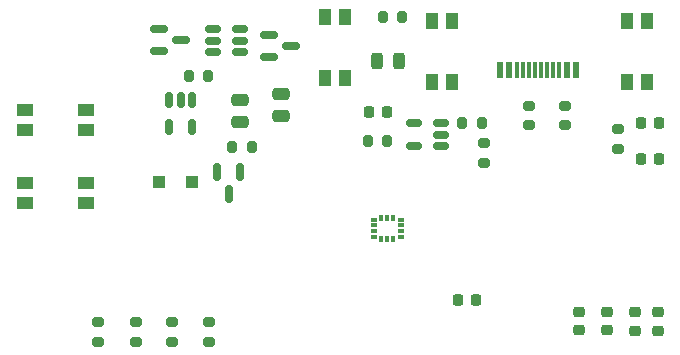
<source format=gbr>
%TF.GenerationSoftware,KiCad,Pcbnew,9.0.1*%
%TF.CreationDate,2025-06-29T09:49:02-05:00*%
%TF.ProjectId,OM-FlexGrid-Rigid-PCB,4f4d2d46-6c65-4784-9772-69642d526967,rev?*%
%TF.SameCoordinates,Original*%
%TF.FileFunction,Paste,Top*%
%TF.FilePolarity,Positive*%
%FSLAX46Y46*%
G04 Gerber Fmt 4.6, Leading zero omitted, Abs format (unit mm)*
G04 Created by KiCad (PCBNEW 9.0.1) date 2025-06-29 09:49:02*
%MOMM*%
%LPD*%
G01*
G04 APERTURE LIST*
G04 Aperture macros list*
%AMRoundRect*
0 Rectangle with rounded corners*
0 $1 Rounding radius*
0 $2 $3 $4 $5 $6 $7 $8 $9 X,Y pos of 4 corners*
0 Add a 4 corners polygon primitive as box body*
4,1,4,$2,$3,$4,$5,$6,$7,$8,$9,$2,$3,0*
0 Add four circle primitives for the rounded corners*
1,1,$1+$1,$2,$3*
1,1,$1+$1,$4,$5*
1,1,$1+$1,$6,$7*
1,1,$1+$1,$8,$9*
0 Add four rect primitives between the rounded corners*
20,1,$1+$1,$2,$3,$4,$5,0*
20,1,$1+$1,$4,$5,$6,$7,0*
20,1,$1+$1,$6,$7,$8,$9,0*
20,1,$1+$1,$8,$9,$2,$3,0*%
G04 Aperture macros list end*
%ADD10R,0.600000X0.300000*%
%ADD11R,0.300000X0.600000*%
%ADD12RoundRect,0.225000X-0.250000X0.225000X-0.250000X-0.225000X0.250000X-0.225000X0.250000X0.225000X0*%
%ADD13RoundRect,0.200000X-0.275000X0.200000X-0.275000X-0.200000X0.275000X-0.200000X0.275000X0.200000X0*%
%ADD14RoundRect,0.250000X-0.300000X-0.300000X0.300000X-0.300000X0.300000X0.300000X-0.300000X0.300000X0*%
%ADD15R,1.450000X1.000000*%
%ADD16RoundRect,0.150000X-0.150000X0.512500X-0.150000X-0.512500X0.150000X-0.512500X0.150000X0.512500X0*%
%ADD17RoundRect,0.200000X-0.200000X-0.275000X0.200000X-0.275000X0.200000X0.275000X-0.200000X0.275000X0*%
%ADD18RoundRect,0.225000X-0.225000X-0.250000X0.225000X-0.250000X0.225000X0.250000X-0.225000X0.250000X0*%
%ADD19RoundRect,0.150000X-0.587500X-0.150000X0.587500X-0.150000X0.587500X0.150000X-0.587500X0.150000X0*%
%ADD20RoundRect,0.200000X0.200000X0.275000X-0.200000X0.275000X-0.200000X-0.275000X0.200000X-0.275000X0*%
%ADD21RoundRect,0.150000X-0.512500X-0.150000X0.512500X-0.150000X0.512500X0.150000X-0.512500X0.150000X0*%
%ADD22R,1.000000X1.450000*%
%ADD23RoundRect,0.150000X-0.150000X0.587500X-0.150000X-0.587500X0.150000X-0.587500X0.150000X0.587500X0*%
%ADD24RoundRect,0.243750X0.243750X0.456250X-0.243750X0.456250X-0.243750X-0.456250X0.243750X-0.456250X0*%
%ADD25RoundRect,0.250000X-0.475000X0.250000X-0.475000X-0.250000X0.475000X-0.250000X0.475000X0.250000X0*%
%ADD26RoundRect,0.150000X0.512500X0.150000X-0.512500X0.150000X-0.512500X-0.150000X0.512500X-0.150000X0*%
%ADD27R,0.600000X1.450000*%
%ADD28R,0.300000X1.450000*%
%ADD29RoundRect,0.225000X0.225000X0.250000X-0.225000X0.250000X-0.225000X-0.250000X0.225000X-0.250000X0*%
%ADD30RoundRect,0.250000X0.475000X-0.250000X0.475000X0.250000X-0.475000X0.250000X-0.475000X-0.250000X0*%
%ADD31RoundRect,0.200000X0.275000X-0.200000X0.275000X0.200000X-0.275000X0.200000X-0.275000X-0.200000X0*%
G04 APERTURE END LIST*
D10*
%TO.C,IC1*%
X183850000Y-117650000D03*
X183850000Y-118150000D03*
X183850000Y-118650000D03*
X183850000Y-119150000D03*
D11*
X184500000Y-119300000D03*
X185000000Y-119300000D03*
X185500000Y-119300000D03*
D10*
X186150000Y-119150000D03*
X186150000Y-118650000D03*
X186150000Y-118150000D03*
X186150000Y-117650000D03*
D11*
X185500000Y-117500000D03*
X185000000Y-117500000D03*
X184500000Y-117500000D03*
%TD*%
D12*
%TO.C,C15*%
X201200000Y-125450000D03*
X201200000Y-127000000D03*
%TD*%
%TO.C,C14*%
X203600000Y-125450000D03*
X203600000Y-127000000D03*
%TD*%
%TO.C,C12*%
X207900000Y-125500000D03*
X207900000Y-127050000D03*
%TD*%
D13*
%TO.C,R14*%
X163700000Y-126350000D03*
X163700000Y-128000000D03*
%TD*%
D14*
%TO.C,D1*%
X165700000Y-114500000D03*
X168500000Y-114500000D03*
%TD*%
D15*
%TO.C,SELECT1*%
X154300000Y-116250000D03*
X154300000Y-114550000D03*
X159450000Y-116250000D03*
X159450000Y-114550000D03*
%TD*%
D16*
%TO.C,U3*%
X168450000Y-107500000D03*
X167500000Y-107500000D03*
X166550000Y-107500000D03*
X166550000Y-109775000D03*
X168450000Y-109775000D03*
%TD*%
D15*
%TO.C,MENU1*%
X154300000Y-110100000D03*
X154300000Y-108400000D03*
X159450000Y-110100000D03*
X159450000Y-108400000D03*
%TD*%
D17*
%TO.C,R5*%
X184600000Y-100500000D03*
X186250000Y-100500000D03*
%TD*%
D18*
%TO.C,C11*%
X190950000Y-124500000D03*
X192500000Y-124500000D03*
%TD*%
D13*
%TO.C,R2*%
X200000000Y-108000000D03*
X200000000Y-109650000D03*
%TD*%
D19*
%TO.C,Q3*%
X165625000Y-101500000D03*
X165625000Y-103400000D03*
X167500000Y-102450000D03*
%TD*%
D20*
%TO.C,R4*%
X185000000Y-111000000D03*
X183350000Y-111000000D03*
%TD*%
D21*
%TO.C,MAX1*%
X170225000Y-101550000D03*
X170225000Y-102500000D03*
X170225000Y-103450000D03*
X172500000Y-103450000D03*
X172500000Y-102500000D03*
X172500000Y-101550000D03*
%TD*%
D22*
%TO.C,BOOT1*%
X205300000Y-100850000D03*
X207000000Y-100850000D03*
X205300000Y-106000000D03*
X207000000Y-106000000D03*
%TD*%
D23*
%TO.C,Q2*%
X172500000Y-113600000D03*
X170600000Y-113600000D03*
X171550000Y-115475000D03*
%TD*%
D13*
%TO.C,R1*%
X197000000Y-108000000D03*
X197000000Y-109650000D03*
%TD*%
D22*
%TO.C,SW_PWR1*%
X179750000Y-100500000D03*
X181450000Y-100500000D03*
X179750000Y-105650000D03*
X181450000Y-105650000D03*
%TD*%
D18*
%TO.C,C10*%
X206450000Y-112500000D03*
X208000000Y-112500000D03*
%TD*%
D24*
%TO.C,D2*%
X186000000Y-104250000D03*
X184125000Y-104250000D03*
%TD*%
D13*
%TO.C,R8*%
X193175000Y-111175000D03*
X193175000Y-112825000D03*
%TD*%
D18*
%TO.C,C8*%
X183450000Y-108500000D03*
X185000000Y-108500000D03*
%TD*%
D17*
%TO.C,R3*%
X168175000Y-105500000D03*
X169825000Y-105500000D03*
%TD*%
D25*
%TO.C,C7*%
X176000000Y-107000000D03*
X176000000Y-108900000D03*
%TD*%
D26*
%TO.C,U4*%
X189500000Y-111400000D03*
X189500000Y-110450000D03*
X189500000Y-109500000D03*
X187225000Y-109500000D03*
X187225000Y-111400000D03*
%TD*%
D22*
%TO.C,SW_RST1*%
X188800000Y-100850000D03*
X190500000Y-100850000D03*
X188800000Y-106000000D03*
X190500000Y-106000000D03*
%TD*%
D27*
%TO.C,J4*%
X201000000Y-105000000D03*
X200200000Y-105000000D03*
D28*
X199000000Y-105000000D03*
X198000000Y-105000000D03*
X197500000Y-105000000D03*
X196500000Y-105000000D03*
D27*
X195300000Y-105000000D03*
X194500000Y-105000000D03*
X194500000Y-105000000D03*
X195300000Y-105000000D03*
D28*
X196000000Y-105000000D03*
X197000000Y-105000000D03*
X198500000Y-105000000D03*
X199500000Y-105000000D03*
D27*
X200200000Y-105000000D03*
X201000000Y-105000000D03*
%TD*%
D29*
%TO.C,C5*%
X208000000Y-109500000D03*
X206450000Y-109500000D03*
%TD*%
D17*
%TO.C,R7*%
X191350000Y-109500000D03*
X193000000Y-109500000D03*
%TD*%
D30*
%TO.C,C6*%
X172500000Y-109400000D03*
X172500000Y-107500000D03*
%TD*%
D13*
%TO.C,R15*%
X160500000Y-126350000D03*
X160500000Y-128000000D03*
%TD*%
%TO.C,R12*%
X169900000Y-126350000D03*
X169900000Y-128000000D03*
%TD*%
D31*
%TO.C,R6*%
X204500000Y-111650000D03*
X204500000Y-110000000D03*
%TD*%
D13*
%TO.C,R13*%
X166800000Y-126350000D03*
X166800000Y-128000000D03*
%TD*%
D19*
%TO.C,D3*%
X175000000Y-102000000D03*
X175000000Y-103900000D03*
X176875000Y-102950000D03*
%TD*%
D17*
%TO.C,R9*%
X171850000Y-111500000D03*
X173500000Y-111500000D03*
%TD*%
D12*
%TO.C,C13*%
X205950000Y-125500000D03*
X205950000Y-127050000D03*
%TD*%
M02*

</source>
